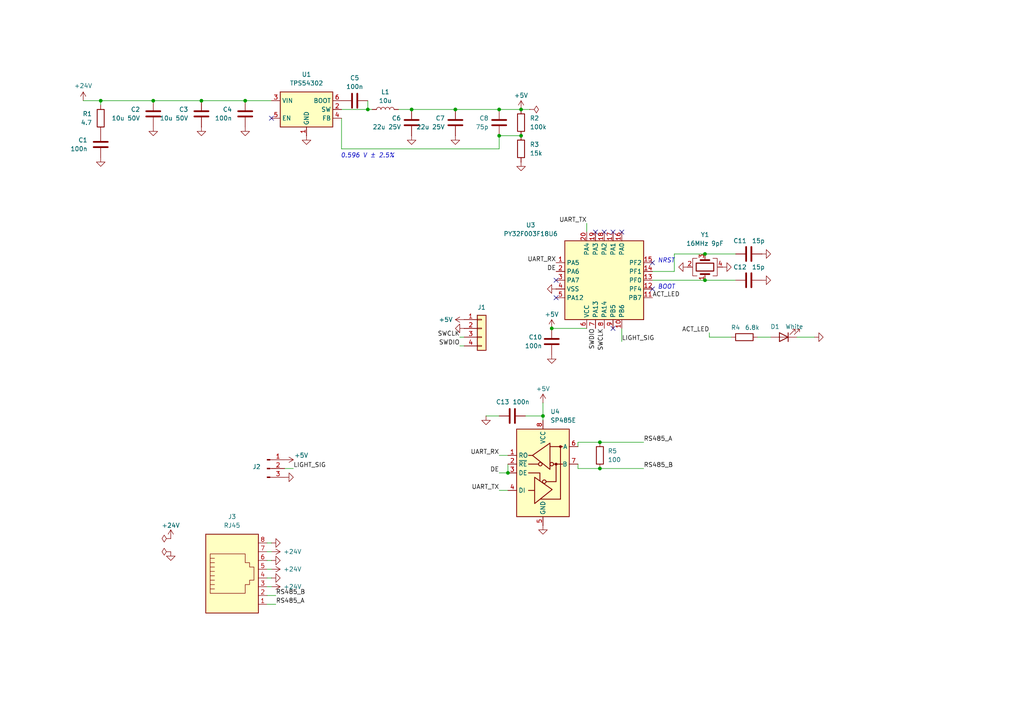
<source format=kicad_sch>
(kicad_sch (version 20250114) (generator "eeschema") (generator_version "9.0")
  (paper "A4")
  (lib_symbols
    (symbol "Connector:Conn_01x03_Pin" (pin_names (offset 1.016) (hide yes))
      (property "Reference" "J" (at 0 5.08 0))
      (property "Value" "Conn_01x03_Pin" (at 0 -5.08 0))
      (symbol "Conn_01x03_Pin_1_1"
        (rectangle (start 0.8636 2.667) (end 0 2.413) (stroke (width 0.1524)) (fill (type outline)))
        (rectangle (start 0.8636 0.127) (end 0 -0.127) (stroke (width 0.1524)) (fill (type outline)))
        (rectangle (start 0.8636 -2.413) (end 0 -2.667) (stroke (width 0.1524)) (fill (type outline)))
        (polyline (pts (xy 1.27 2.54) (xy 0.8636 2.54)) (stroke (width 0.1524)))
        (polyline (pts (xy 1.27 0) (xy 0.8636 0)) (stroke (width 0.1524)))
        (polyline (pts (xy 1.27 -2.54) (xy 0.8636 -2.54)) (stroke (width 0.1524)))
        (pin passive line (at 5.08 2.54 180) (length 3.81) (name "Pin_1") (number "1"))
        (pin passive line (at 5.08 0 180) (length 3.81) (name "Pin_2") (number "2"))
        (pin passive line (at 5.08 -2.54 180) (length 3.81) (name "Pin_3") (number "3"))
      )
    )
    (symbol "Connector:RJ45" (pin_names (offset 1.016))
      (property "Reference" "J" (at -5.08 13.97 0))
      (property "Value" "RJ45" (at 2.54 13.97 0))
      (symbol "RJ45_0_1"
        (polyline (pts (xy -6.35 1.905) (xy -5.08 1.905) (xy -5.08 1.905)))
        (polyline (pts (xy -6.35 0.635) (xy -5.08 0.635) (xy -5.08 0.635)))
        (polyline (pts (xy -6.35 -0.635) (xy -5.08 -0.635) (xy -5.08 -0.635)))
        (polyline (pts (xy -6.35 -1.905) (xy -5.08 -1.905) (xy -5.08 -1.905)))
        (polyline (pts (xy -6.35 -3.175) (xy -5.08 -3.175) (xy -5.08 -3.175)))
        (polyline (pts (xy -6.35 -4.445) (xy -6.35 6.985) (xy 3.81 6.985) (xy 3.81 4.445) (xy 5.08 4.445) (xy 5.08 3.175) (xy 6.35 3.175) (xy 6.35 -0.635) (xy 5.08 -0.635) (xy 5.08 -1.905) (xy 3.81 -1.905) (xy 3.81 -4.445) (xy -6.35 -4.445) (xy -6.35 -4.445)))
        (polyline (pts (xy -5.08 5.715) (xy -6.35 5.715)))
        (polyline (pts (xy -5.08 4.445) (xy -6.35 4.445)))
        (polyline (pts (xy -5.08 3.175) (xy -6.35 3.175) (xy -6.35 3.175)))
        (rectangle (start 7.62 12.7) (end -7.62 -10.16) (stroke (width 0.254)) (fill (type background)))
      )
      (symbol "RJ45_1_1"
        (pin passive line (at 10.16 10.16 180) (length 2.54) (name "~") (number "8"))
        (pin passive line (at 10.16 7.62 180) (length 2.54) (name "~") (number "7"))
        (pin passive line (at 10.16 5.08 180) (length 2.54) (name "~") (number "6"))
        (pin passive line (at 10.16 2.54 180) (length 2.54) (name "~") (number "5"))
        (pin passive line (at 10.16 0 180) (length 2.54) (name "~") (number "4"))
        (pin passive line (at 10.16 -2.54 180) (length 2.54) (name "~") (number "3"))
        (pin passive line (at 10.16 -5.08 180) (length 2.54) (name "~") (number "2"))
        (pin passive line (at 10.16 -7.62 180) (length 2.54) (name "~") (number "1"))
      )
    )
    (symbol "Connector_Generic:Conn_01x04" (pin_names (offset 1.016) (hide yes))
      (property "Reference" "J" (at 0 5.08 0))
      (property "Value" "Conn_01x04" (at 0 -7.62 0))
      (symbol "Conn_01x04_1_1"
        (rectangle (start -1.27 3.81) (end 1.27 -6.35) (stroke (width 0.254)) (fill (type background)))
        (rectangle (start -1.27 2.667) (end 0 2.413) (stroke (width 0.1524)))
        (rectangle (start -1.27 0.127) (end 0 -0.127) (stroke (width 0.1524)))
        (rectangle (start -1.27 -2.413) (end 0 -2.667) (stroke (width 0.1524)))
        (rectangle (start -1.27 -4.953) (end 0 -5.207) (stroke (width 0.1524)))
        (pin passive line (at -5.08 2.54 0) (length 3.81) (name "Pin_1") (number "1"))
        (pin passive line (at -5.08 0 0) (length 3.81) (name "Pin_2") (number "2"))
        (pin passive line (at -5.08 -2.54 0) (length 3.81) (name "Pin_3") (number "3"))
        (pin passive line (at -5.08 -5.08 0) (length 3.81) (name "Pin_4") (number "4"))
      )
    )
    (symbol "Device:C" (pin_numbers (hide yes)) (pin_names (offset 0.254))
      (property "Reference" "C" (at 0.635 2.54 0))
      (property "Value" "C" (at 0.635 -2.54 0))
      (symbol "C_0_1"
        (polyline (pts (xy -2.032 0.762) (xy 2.032 0.762)) (stroke (width 0.508)))
        (polyline (pts (xy -2.032 -0.762) (xy 2.032 -0.762)) (stroke (width 0.508)))
      )
      (symbol "C_1_1"
        (pin passive line (at 0 3.81 270) (length 2.794) (name "~") (number "1"))
        (pin passive line (at 0 -3.81 90) (length 2.794) (name "~") (number "2"))
      )
    )
    (symbol "Device:Crystal_GND24" (pin_names (offset 1.016) (hide yes))
      (property "Reference" "Y" (at 3.175 5.08 0))
      (property "Value" "Crystal_GND24" (at 3.175 3.175 0))
      (symbol "Crystal_GND24_0_1"
        (polyline (pts (xy -2.54 2.286) (xy -2.54 3.556) (xy 2.54 3.556) (xy 2.54 2.286)))
        (polyline (pts (xy -2.54 0) (xy -2.032 0)))
        (polyline (pts (xy -2.54 -2.286) (xy -2.54 -3.556) (xy 2.54 -3.556) (xy 2.54 -2.286)))
        (polyline (pts (xy -2.032 -1.27) (xy -2.032 1.27)) (stroke (width 0.508)))
        (rectangle (start -1.143 2.54) (end 1.143 -2.54) (stroke (width 0.3048)))
        (polyline (pts (xy 0 3.556) (xy 0 3.81)))
        (polyline (pts (xy 0 -3.81) (xy 0 -3.556)))
        (polyline (pts (xy 2.032 0) (xy 2.54 0)))
        (polyline (pts (xy 2.032 -1.27) (xy 2.032 1.27)) (stroke (width 0.508)))
      )
      (symbol "Crystal_GND24_1_1"
        (pin passive line (at -3.81 0 0) (length 1.27) (name "1") (number "1"))
        (pin passive line (at 0 5.08 270) (length 1.27) (name "2") (number "2"))
        (pin passive line (at 0 -5.08 90) (length 1.27) (name "4") (number "4"))
        (pin passive line (at 3.81 0 180) (length 1.27) (name "3") (number "3"))
      )
    )
    (symbol "Device:L" (pin_numbers (hide yes)) (pin_names (offset 1.016) (hide yes))
      (property "Reference" "L" (at -1.27 0 90))
      (property "Value" "L" (at 1.905 0 90))
      (symbol "L_0_1"
        (arc (start 0 2.54) (mid 0.6323 1.905) (end 0 1.27))
        (arc (start 0 1.27) (mid 0.6323 0.635) (end 0 0))
        (arc (start 0 0) (mid 0.6323 -0.635) (end 0 -1.27))
        (arc (start 0 -1.27) (mid 0.6323 -1.905) (end 0 -2.54))
      )
      (symbol "L_1_1"
        (pin passive line (at 0 3.81 270) (length 1.27) (name "1") (number "1"))
        (pin passive line (at 0 -3.81 90) (length 1.27) (name "2") (number "2"))
      )
    )
    (symbol "Device:LED" (pin_numbers (hide yes)) (pin_names (offset 1.016) (hide yes))
      (property "Reference" "D" (at 0 2.54 0))
      (property "Value" "LED" (at 0 -2.54 0))
      (symbol "LED_0_1"
        (polyline (pts (xy -3.048 -0.762) (xy -4.572 -2.286) (xy -3.81 -2.286) (xy -4.572 -2.286) (xy -4.572 -1.524)))
        (polyline (pts (xy -1.778 -0.762) (xy -3.302 -2.286) (xy -2.54 -2.286) (xy -3.302 -2.286) (xy -3.302 -1.524)))
        (polyline (pts (xy -1.27 0) (xy 1.27 0)))
        (polyline (pts (xy -1.27 -1.27) (xy -1.27 1.27)) (stroke (width 0.254)))
        (polyline (pts (xy 1.27 -1.27) (xy 1.27 1.27) (xy -1.27 0) (xy 1.27 -1.27)) (stroke (width 0.254)))
      )
      (symbol "LED_1_1"
        (pin passive line (at -3.81 0 0) (length 2.54) (name "K") (number "1"))
        (pin passive line (at 3.81 0 180) (length 2.54) (name "A") (number "2"))
      )
    )
    (symbol "Device:R" (pin_numbers (hide yes)) (pin_names (offset 0))
      (property "Reference" "R" (at 2.032 0 90))
      (property "Value" "R" (at 0 0 90))
      (symbol "R_0_1"
        (rectangle (start -1.016 -2.54) (end 1.016 2.54) (stroke (width 0.254)))
      )
      (symbol "R_1_1"
        (pin passive line (at 0 3.81 270) (length 1.27) (name "~") (number "1"))
        (pin passive line (at 0 -3.81 90) (length 1.27) (name "~") (number "2"))
      )
    )
    (symbol "Interface_UART:MAX487E"
      (property "Reference" "U" (at -6.985 13.97 0))
      (property "Value" "MAX487E" (at 1.27 13.97 0))
      (symbol "MAX487E_0_1"
        (rectangle (start -7.62 12.7) (end 7.62 -12.7) (stroke (width 0.254)) (fill (type background)))
        (polyline (pts (xy -4.191 2.54) (xy -1.27 2.54)) (stroke (width 0.254)))
        (polyline (pts (xy -4.191 0) (xy -0.889 0) (xy -0.889 -2.286)) (stroke (width 0.254)))
        (polyline (pts (xy -3.175 5.08) (xy -4.191 5.08) (xy -4.064 5.08)) (stroke (width 0.254)))
        (polyline (pts (xy -2.54 -5.08) (xy -4.191 -5.08)) (stroke (width 0.254)))
        (polyline (pts (xy -2.413 -5.08) (xy -2.413 -1.27) (xy 2.667 -4.826) (xy -2.413 -8.89) (xy -2.413 -5.08)) (stroke (width 0.254)))
        (polyline (pts (xy -0.635 -7.62) (xy 5.08 -7.62)) (stroke (width 0.254)))
        (circle (center 0.381 -2.54) (radius 0.508) (stroke (width 0.254)))
        (polyline (pts (xy 0.889 -2.54) (xy 3.81 -2.54)) (stroke (width 0.254)))
        (polyline (pts (xy 2.032 7.62) (xy 5.715 7.62)) (stroke (width 0.254)))
        (polyline (pts (xy 3.048 2.54) (xy 5.715 2.54)) (stroke (width 0.254)))
        (circle (center 3.81 2.54) (radius 0.2794) (stroke (width 0.254)) (fill (type outline)))
        (polyline (pts (xy 3.81 -2.54) (xy 3.81 2.54)) (stroke (width 0.254)))
        (polyline (pts (xy 5.08 -7.62) (xy 5.08 7.62)) (stroke (width 0.254)))
      )
      (symbol "MAX487E_1_1"
        (circle (center -0.762 2.54) (radius 0.508) (stroke (width 0.254)))
        (polyline (pts (xy 2.032 4.826) (xy 2.032 8.636) (xy -3.048 5.08) (xy 2.032 1.016) (xy 2.032 4.826)) (stroke (width 0.254)))
        (circle (center 2.54 2.54) (radius 0.508) (stroke (width 0.254)))
        (circle (center 5.08 7.62) (radius 0.2794) (stroke (width 0.254)) (fill (type outline)))
        (pin output line (at -10.16 5.08 0) (length 2.54) (name "RO") (number "1"))
        (pin input line (at -10.16 2.54 0) (length 2.54) (name "~{RE}") (number "2"))
        (pin input line (at -10.16 0 0) (length 2.54) (name "DE") (number "3"))
        (pin input line (at -10.16 -5.08 0) (length 2.54) (name "DI") (number "4"))
        (pin power_in line (at 0 15.24 270) (length 2.54) (name "VCC") (number "8"))
        (pin power_in line (at 0 -15.24 90) (length 2.54) (name "GND") (number "5"))
        (pin bidirectional line (at 10.16 7.62 180) (length 2.54) (name "A") (number "6"))
        (pin bidirectional line (at 10.16 2.54 180) (length 2.54) (name "B") (number "7"))
      )
    )
    (symbol "PY32F003:PY32F003F18U6TR"
      (property "Reference" "U" (at -15.748 16.256 0))
      (property "Value" "PY32F003F18U6" (at -15.748 13.716 0))
      (symbol "PY32F003F18U6TR_1_1"
        (rectangle (start -11.43 11.43) (end 11.43 -11.43) (stroke (width 0.254)) (fill (type background)))
        (pin bidirectional line (at -13.97 5.08 0) (length 2.54) (name "PA5") (number "1"))
        (pin bidirectional line (at -13.97 2.54 0) (length 2.54) (name "PA6") (number "2"))
        (pin bidirectional line (at -13.97 0 0) (length 2.54) (name "PA7") (number "3"))
        (pin input line (at -13.97 -2.54 0) (length 2.54) (hide yes) (name "PAD") (number "21"))
        (pin power_in line (at -13.97 -2.54 0) (length 2.54) (name "VSS") (number "4"))
        (pin bidirectional line (at -13.97 -5.08 0) (length 2.54) (name "PA12") (number "5"))
        (pin bidirectional line (at -5.08 13.97 270) (length 2.54) (name "PA4") (number "20"))
        (pin power_in line (at -5.08 -13.97 90) (length 2.54) (name "VCC") (number "6"))
        (pin bidirectional line (at -2.54 13.97 270) (length 2.54) (name "PA3") (number "19"))
        (pin bidirectional line (at -2.54 -13.97 90) (length 2.54) (name "PA13") (number "7"))
        (pin bidirectional line (at 0 13.97 270) (length 2.54) (name "PA2") (number "18"))
        (pin bidirectional line (at 0 -13.97 90) (length 2.54) (name "PA14") (number "8"))
        (pin bidirectional line (at 2.54 13.97 270) (length 2.54) (name "PA1") (number "17"))
        (pin bidirectional line (at 2.54 -13.97 90) (length 2.54) (name "PB5") (number "9"))
        (pin bidirectional line (at 5.08 13.97 270) (length 2.54) (name "PA0") (number "16"))
        (pin bidirectional line (at 5.08 -13.97 90) (length 2.54) (name "PB6") (number "10"))
        (pin bidirectional line (at 13.97 5.08 180) (length 2.54) (name "PF2") (number "15"))
        (pin bidirectional line (at 13.97 2.54 180) (length 2.54) (name "PF1") (number "14"))
        (pin bidirectional line (at 13.97 0 180) (length 2.54) (name "PF0") (number "13"))
        (pin bidirectional line (at 13.97 -2.54 180) (length 2.54) (name "PF4") (number "12"))
        (pin bidirectional line (at 13.97 -5.08 180) (length 2.54) (name "PB7") (number "11"))
      )
    )
    (symbol "Regulator_Switching:TPS54302"
      (property "Reference" "U" (at -7.62 6.35 0))
      (property "Value" "TPS54302" (at 0 6.35 0))
      (symbol "TPS54302_0_1"
        (rectangle (start -7.62 5.08) (end 7.62 -5.08) (stroke (width 0.254)) (fill (type background)))
      )
      (symbol "TPS54302_1_1"
        (pin power_in line (at -10.16 2.54 0) (length 2.54) (name "VIN") (number "3"))
        (pin input line (at -10.16 -2.54 0) (length 2.54) (name "EN") (number "5"))
        (pin power_in line (at 0 -7.62 90) (length 2.54) (name "GND") (number "1"))
        (pin passive line (at 10.16 2.54 180) (length 2.54) (name "BOOT") (number "6"))
        (pin power_out line (at 10.16 0 180) (length 2.54) (name "SW") (number "2"))
        (pin input line (at 10.16 -2.54 180) (length 2.54) (name "FB") (number "4"))
      )
    )
    (symbol "power:+24V" (power) (pin_numbers (hide yes)) (pin_names (offset 0) (hide yes))
      (property "Value" "+24V" (at 0 3.556 0))
      (symbol "+24V_0_1"
        (polyline (pts (xy -0.762 1.27) (xy 0 2.54)))
        (polyline (pts (xy 0 2.54) (xy 0.762 1.27)))
        (polyline (pts (xy 0 0) (xy 0 2.54)))
      )
      (symbol "+24V_1_1"
        (pin power_in line (at 0 0 90) (length 0) (name "~") (number "1"))
      )
    )
    (symbol "power:+5V" (power) (pin_numbers (hide yes)) (pin_names (offset 0) (hide yes))
      (property "Value" "+5V" (at 0 3.556 0))
      (symbol "+5V_0_1"
        (polyline (pts (xy -0.762 1.27) (xy 0 2.54)))
        (polyline (pts (xy 0 2.54) (xy 0.762 1.27)))
        (polyline (pts (xy 0 0) (xy 0 2.54)))
      )
      (symbol "+5V_1_1"
        (pin power_in line (at 0 0 90) (length 0) (name "~") (number "1"))
      )
    )
    (symbol "power:GND" (power) (pin_numbers (hide yes)) (pin_names (offset 0) (hide yes))
      (property "Value" "GND" (at 0 -3.81 0))
      (symbol "GND_0_1"
        (polyline (pts (xy 0 0) (xy 0 -1.27) (xy 1.27 -1.27) (xy 0 -2.54) (xy -1.27 -1.27) (xy 0 -1.27)))
      )
      (symbol "GND_1_1"
        (pin power_in line (at 0 0 270) (length 0) (name "~") (number "1"))
      )
    )
    (symbol "power:PWR_FLAG" (power) (pin_numbers (hide yes)) (pin_names (offset 0) (hide yes))
      (property "Value" "PWR_FLAG" (at 0 3.81 0))
      (symbol "PWR_FLAG_0_0"
        (pin power_out line (at 0 0 90) (length 0) (name "~") (number "1"))
      )
      (symbol "PWR_FLAG_0_1"
        (polyline (pts (xy 0 0) (xy 0 1.27) (xy -1.016 1.905) (xy 0 2.54) (xy 1.016 1.905) (xy 0 1.27)))
      )
    )
  )
  (text "BOOT" (at 190.754 83.312 0) (effects (font (size 1.27 1.27) (italic yes)) (justify left)))
  (text "NRST" (at 190.754 75.692 0) (effects (font (size 1.27 1.27) (italic yes)) (justify left)))
  (text "0.596 V ± 2.5%" (at 98.806 45.974 0) (effects (font (size 1.27 1.27) (italic yes)) (justify left bottom)))
  (junction (at 29.21 29.21))
  (junction (at 173.99 135.89))
  (junction (at 151.13 31.75))
  (junction (at 119.38 31.75))
  (junction (at 173.99 128.27))
  (junction (at 157.48 120.65))
  (junction (at 160.02 95.25))
  (junction (at 144.78 31.75))
  (junction (at 71.12 29.21))
  (junction (at 151.13 39.37))
  (junction (at 204.47 81.28))
  (junction (at 144.78 39.37))
  (junction (at 58.42 29.21))
  (junction (at 204.47 73.66))
  (junction (at 132.08 31.75))
  (junction (at 147.32 137.16))
  (junction (at 106.68 31.75))
  (junction (at 44.45 29.21))
  (no_connect (at 177.8 67.31))
  (no_connect (at 161.29 86.36))
  (no_connect (at 175.26 67.31))
  (no_connect (at 189.23 76.2))
  (no_connect (at 78.74 34.29))
  (no_connect (at 161.29 81.28))
  (no_connect (at 177.8 95.25))
  (no_connect (at 189.23 83.82))
  (no_connect (at 180.34 67.31))
  (no_connect (at 172.72 67.31))
  (wire (pts (xy 157.48 116.84) (xy 157.48 120.65)))
  (wire (pts (xy 195.58 78.74) (xy 195.58 73.66)))
  (wire (pts (xy 167.64 135.89) (xy 173.99 135.89)))
  (wire (pts (xy 133.35 97.79) (xy 134.62 97.79)))
  (wire (pts (xy 144.78 39.37) (xy 151.13 39.37)))
  (wire (pts (xy 77.47 160.02) (xy 78.74 160.02)))
  (wire (pts (xy 99.06 34.29) (xy 99.06 43.18)))
  (wire (pts (xy 78.74 170.18) (xy 77.47 170.18)))
  (wire (pts (xy 71.12 29.21) (xy 78.74 29.21)))
  (wire (pts (xy 173.99 135.89) (xy 186.69 135.89)))
  (wire (pts (xy 80.01 172.72) (xy 77.47 172.72)))
  (wire (pts (xy 115.57 31.75) (xy 119.38 31.75)))
  (wire (pts (xy 58.42 29.21) (xy 71.12 29.21)))
  (wire (pts (xy 204.47 81.28) (xy 213.36 81.28)))
  (wire (pts (xy 167.64 128.27) (xy 173.99 128.27)))
  (wire (pts (xy 204.47 73.66) (xy 213.36 73.66)))
  (wire (pts (xy 99.06 31.75) (xy 106.68 31.75)))
  (wire (pts (xy 24.13 29.21) (xy 29.21 29.21)))
  (wire (pts (xy 205.74 97.79) (xy 212.09 97.79)))
  (wire (pts (xy 44.45 29.21) (xy 58.42 29.21)))
  (wire (pts (xy 133.35 100.33) (xy 134.62 100.33)))
  (wire (pts (xy 144.78 31.75) (xy 151.13 31.75)))
  (wire (pts (xy 167.64 128.27) (xy 167.64 129.54)))
  (wire (pts (xy 85.09 135.89) (xy 82.55 135.89)))
  (wire (pts (xy 78.74 157.48) (xy 77.47 157.48)))
  (wire (pts (xy 29.21 29.21) (xy 29.21 30.48)))
  (wire (pts (xy 144.78 43.18) (xy 144.78 39.37)))
  (wire (pts (xy 106.68 29.21) (xy 106.68 31.75)))
  (wire (pts (xy 219.71 97.79) (xy 223.52 97.79)))
  (wire (pts (xy 170.18 64.77) (xy 170.18 67.31)))
  (wire (pts (xy 189.23 78.74) (xy 195.58 78.74)))
  (wire (pts (xy 157.48 120.65) (xy 157.48 121.92)))
  (wire (pts (xy 78.74 165.1) (xy 77.47 165.1)))
  (wire (pts (xy 151.13 31.75) (xy 153.67 31.75)))
  (wire (pts (xy 99.06 43.18) (xy 144.78 43.18)))
  (wire (pts (xy 160.02 95.25) (xy 170.18 95.25)))
  (wire (pts (xy 80.01 175.26) (xy 77.47 175.26)))
  (wire (pts (xy 173.99 128.27) (xy 186.69 128.27)))
  (wire (pts (xy 77.47 162.56) (xy 78.74 162.56)))
  (wire (pts (xy 180.34 99.06) (xy 180.34 95.25)))
  (wire (pts (xy 107.95 31.75) (xy 106.68 31.75)))
  (wire (pts (xy 78.74 167.64) (xy 77.47 167.64)))
  (wire (pts (xy 29.21 29.21) (xy 44.45 29.21)))
  (wire (pts (xy 189.23 81.28) (xy 204.47 81.28)))
  (wire (pts (xy 167.64 135.89) (xy 167.64 134.62)))
  (wire (pts (xy 144.78 132.08) (xy 147.32 132.08)))
  (wire (pts (xy 144.78 142.24) (xy 147.32 142.24)))
  (wire (pts (xy 195.58 73.66) (xy 204.47 73.66)))
  (wire (pts (xy 132.08 31.75) (xy 144.78 31.75)))
  (wire (pts (xy 147.32 134.62) (xy 147.32 137.16)))
  (wire (pts (xy 144.78 137.16) (xy 147.32 137.16)))
  (wire (pts (xy 140.97 120.65) (xy 144.78 120.65)))
  (wire (pts (xy 119.38 31.75) (xy 132.08 31.75)))
  (wire (pts (xy 231.14 97.79) (xy 236.22 97.79)))
  (wire (pts (xy 205.74 96.52) (xy 205.74 97.79)))
  (wire (pts (xy 152.4 120.65) (xy 157.48 120.65)))
  (label "UART_RX" (at 144.78 132.08 180))
  (label "LIGHT_SIG" (at 85.09 135.89 0))
  (label "SWDIO" (at 172.72 95.25 270))
  (label "RS485_A" (at 80.01 175.26 0))
  (label "SWDIO" (at 133.35 100.33 180))
  (label "DE" (at 161.29 78.74 180))
  (label "ACT_LED" (at 205.74 96.52 180))
  (label "DE" (at 144.78 137.16 180))
  (label "ACT_LED" (at 189.23 86.36 0))
  (label "UART_RX" (at 161.29 76.2 180))
  (label "RS485_B" (at 186.69 135.89 0))
  (label "UART_TX" (at 144.78 142.24 180))
  (label "SWCLK" (at 133.35 97.79 180))
  (label "UART_TX" (at 170.18 64.77 180))
  (label "SWCLK" (at 175.26 95.25 270))
  (label "RS485_B" (at 80.01 172.72 0))
  (label "LIGHT_SIG" (at 180.34 99.06 0))
  (label "RS485_A" (at 186.69 128.27 0))
  (symbol (lib_id "Device:R") (at 151.13 43.18 0) (unit 1)
    (property "Reference" "R3" (at 153.67 41.9099 0) (effects (justify left)))
    (property "Value" "15k" (at 153.67 44.4499 0) (effects (justify left)))
    (property "Footprint" "Resistor_SMD:R_0402_1005Metric" (effects (hide yes)))
    (property "Description" "Resistor" (effects (hide yes)))
  )
  (symbol (lib_id "Device:C") (at 160.02 99.06 0) (mirror y) (unit 1)
    (property "Reference" "C10" (at 157.226 97.79 0) (effects (justify left)))
    (property "Value" "100n" (at 157.226 100.33 0) (effects (justify left)))
    (property "Footprint" "Capacitor_SMD:C_0402_1005Metric" (effects (hide yes)))
    (property "Description" "Unpolarized capacitor" (effects (hide yes)))
  )
  (symbol (lib_id "power:+24V") (at 78.74 170.18 270) (unit 1)
    (property "Reference" "#PWR04" (effects (hide yes)))
    (property "Value" "+24V" (at 84.836 170.18 90))
    (property "Description" "Power symbol creates a global label with name \"+24V\"" (effects (hide yes)))
  )
  (symbol (lib_id "power:GND") (at 220.98 81.28 90) (unit 1)
    (property "Reference" "#PWR021" (effects (hide yes)))
    (property "Value" "GND" (effects (hide yes)))
    (property "Description" "Power symbol creates a global label with name \"GND\" , ground" (effects (hide yes)))
  )
  (symbol (lib_id "power:+24V") (at 49.53 156.21 0) (unit 1)
    (property "Reference" "#PWR037" (effects (hide yes)))
    (property "Value" "+24V" (at 49.53 152.4 0))
    (property "Description" "Power symbol creates a global label with name \"+24V\"" (effects (hide yes)))
  )
  (symbol (lib_id "Device:R") (at 215.9 97.79 90) (unit 1)
    (property "Reference" "R4" (at 213.36 94.996 90))
    (property "Value" "6.8k" (at 218.186 94.996 90))
    (property "Footprint" "Resistor_SMD:R_0402_1005Metric" (effects (hide yes)))
    (property "Description" "Resistor" (effects (hide yes)))
  )
  (symbol (lib_id "power:PWR_FLAG") (at 49.53 156.21 90) (unit 1)
    (property "Reference" "#FLG05" (effects (hide yes)))
    (property "Value" "PWR_FLAG" (effects (hide yes)))
    (property "Description" "Special symbol for telling ERC where power comes from" (effects (hide yes)))
  )
  (symbol (lib_id "Device:C") (at 29.21 41.91 0) (mirror y) (unit 1)
    (property "Reference" "C1" (at 25.4 40.6399 0) (effects (justify left)))
    (property "Value" "100n" (at 25.4 43.1799 0) (effects (justify left)))
    (property "Footprint" "Capacitor_SMD:C_0402_1005Metric" (effects (hide yes)))
    (property "Description" "Unpolarized capacitor" (effects (hide yes)))
  )
  (symbol (lib_id "power:GND") (at 209.55 77.47 90) (unit 1)
    (property "Reference" "#PWR023" (effects (hide yes)))
    (property "Value" "GND" (effects (hide yes)))
    (property "Description" "Power symbol creates a global label with name \"GND\" , ground" (effects (hide yes)))
  )
  (symbol (lib_id "power:GND") (at 44.45 36.83 0) (unit 1)
    (property "Reference" "#PWR09" (effects (hide yes)))
    (property "Value" "GND" (effects (hide yes)))
    (property "Description" "Power symbol creates a global label with name \"GND\" , ground" (effects (hide yes)))
  )
  (symbol (lib_id "power:GND") (at 160.02 102.87 0) (unit 1)
    (property "Reference" "#PWR019" (effects (hide yes)))
    (property "Value" "GND" (effects (hide yes)))
    (property "Description" "Power symbol creates a global label with name \"GND\" , ground" (effects (hide yes)))
  )
  (symbol (lib_id "power:+24V") (at 78.74 165.1 270) (unit 1)
    (property "Reference" "#PWR05" (effects (hide yes)))
    (property "Value" "+24V" (at 84.836 165.1 90))
    (property "Description" "Power symbol creates a global label with name \"+24V\"" (effects (hide yes)))
  )
  (symbol (lib_id "power:+5V") (at 151.13 31.75 0) (unit 1)
    (property "Reference" "#PWR015" (effects (hide yes)))
    (property "Value" "+5V" (at 151.13 27.686 0))
    (property "Description" "Power symbol creates a global label with name \"+5V\"" (effects (hide yes)))
  )
  (symbol (lib_id "Device:R") (at 29.21 34.29 0) (unit 1)
    (property "Reference" "R1" (at 26.67 33.0199 0) (effects (justify right)))
    (property "Value" "4.7" (at 26.67 35.5599 0) (effects (justify right)))
    (property "Footprint" "Resistor_SMD:R_0402_1005Metric" (effects (hide yes)))
    (property "Description" "Resistor" (effects (hide yes)))
  )
  (symbol (lib_id "Device:C") (at 217.17 81.28 90) (unit 1)
    (property "Reference" "C12" (at 214.63 77.47 90))
    (property "Value" "15p" (at 219.964 77.47 90))
    (property "Footprint" "Capacitor_SMD:C_0402_1005Metric" (effects (hide yes)))
    (property "Description" "Unpolarized capacitor" (effects (hide yes)))
  )
  (symbol (lib_id "Device:L") (at 111.76 31.75 90) (unit 1)
    (property "Reference" "L1" (at 111.76 26.67 90))
    (property "Value" "10u" (at 111.76 29.21 90))
    (property "Footprint" "Inductor_SMD:L_Sunlord_SWPA4030S" (effects (hide yes)))
    (property "Description" "Inductor" (effects (hide yes)))
    (property "LCSC PN" "C38117" (effects (hide yes)))
    (property "Mfr PN" "SWPA4030S100MT" (effects (hide yes)))
  )
  (symbol (lib_id "power:PWR_FLAG") (at 49.53 160.02 90) (unit 1)
    (property "Reference" "#FLG06" (effects (hide yes)))
    (property "Value" "PWR_FLAG" (effects (hide yes)))
    (property "Description" "Special symbol for telling ERC where power comes from" (effects (hide yes)))
  )
  (symbol (lib_id "power:+5V") (at 157.48 116.84 0) (unit 1)
    (property "Reference" "#PWR030" (effects (hide yes)))
    (property "Value" "+5V" (at 157.48 112.776 0))
    (property "Description" "Power symbol creates a global label with name \"+5V\"" (effects (hide yes)))
  )
  (symbol (lib_id "Connector:Conn_01x03_Pin") (at 77.47 135.89 0) (unit 1)
    (property "Reference" "J2" (at 74.422 135.382 0))
    (property "Value" "Conn_01x03_Pin" (effects (hide yes)))
    (property "Footprint" "Connector_PinHeader_2.54mm:PinHeader_1x03_P2.54mm_Vertical" (effects (hide yes)))
    (property "Description" "Generic connector, single row, 01x03, script generated" (effects (hide yes)))
  )
  (symbol (lib_id "Device:C") (at 58.42 33.02 0) (mirror y) (unit 1)
    (property "Reference" "C3" (at 54.61 31.7499 0) (effects (justify left)))
    (property "Value" "10u 50V" (at 54.61 34.2899 0) (effects (justify left)))
    (property "Footprint" "Capacitor_SMD:C_0805_2012Metric" (effects (hide yes)))
    (property "Description" "Unpolarized capacitor" (effects (hide yes)))
    (property "LCSC PN" "C338080" (effects (hide yes)))
    (property "Mfr PN" "C2012X5R1V226MT000E" (effects (hide yes)))
  )
  (symbol (lib_id "power:+5V") (at 134.62 92.71 90) (unit 1)
    (property "Reference" "#PWR024" (effects (hide yes)))
    (property "Value" "+5V" (at 129.286 92.71 90))
    (property "Description" "Power symbol creates a global label with name \"+5V\"" (effects (hide yes)))
  )
  (symbol (lib_id "power:+5V") (at 160.02 95.25 0) (unit 1)
    (property "Reference" "#PWR026" (effects (hide yes)))
    (property "Value" "+5V" (at 160.02 91.186 0))
    (property "Description" "Power symbol creates a global label with name \"+5V\"" (effects (hide yes)))
  )
  (symbol (lib_id "power:GND") (at 161.29 83.82 270) (unit 1)
    (property "Reference" "#PWR018" (effects (hide yes)))
    (property "Value" "GND" (effects (hide yes)))
    (property "Description" "Power symbol creates a global label with name \"GND\" , ground" (effects (hide yes)))
  )
  (symbol (lib_id "Connector_Generic:Conn_01x04") (at 139.7 95.25 0) (unit 1) (in_bom no)
    (property "Reference" "J1" (at 139.7 89.154 0))
    (property "Value" "Conn_01x04" (effects (hide yes)))
    (property "Footprint" "TestPoints_P2.00:TestPoints_1x04_P2.00" (effects (hide yes)))
    (property "Description" "Generic connector, single row, 01x04, script generated (kicad-library-utils/schlib/autogen/connector/)" (effects (hide yes)))
  )
  (symbol (lib_id "power:GND") (at 236.22 97.79 90) (unit 1)
    (property "Reference" "#PWR027" (effects (hide yes)))
    (property "Value" "GND" (effects (hide yes)))
    (property "Description" "Power symbol creates a global label with name \"GND\" , ground" (effects (hide yes)))
  )
  (symbol (lib_id "Device:R") (at 173.99 132.08 0) (unit 1)
    (property "Reference" "R5" (at 176.276 130.81 0) (effects (justify left)))
    (property "Value" "100" (at 176.276 133.35 0) (effects (justify left)))
    (property "Footprint" "Resistor_SMD:R_0402_1005Metric" (effects (hide yes)))
    (property "Description" "Resistor" (effects (hide yes)))
  )
  (symbol (lib_id "PY32F003:PY32F003F18U6TR") (at 175.26 81.28 0) (unit 1)
    (property "Reference" "U3" (at 153.924 65.278 0))
    (property "Value" "PY32F003F18U6" (at 153.924 67.818 0))
    (property "Footprint" "Package_DFN_QFN:QFN-20-1EP_3x3mm_P0.4mm_EP1.65x1.65mm" (effects (hide yes)))
    (property "LCSC PN" "C7422665" (effects (hide yes)))
  )
  (symbol (lib_id "Device:C") (at 144.78 35.56 0) (mirror y) (unit 1)
    (property "Reference" "C8" (at 141.732 34.29 0) (effects (justify left)))
    (property "Value" "75p" (at 141.732 36.83 0) (effects (justify left)))
    (property "Footprint" "Capacitor_SMD:C_0402_1005Metric" (effects (hide yes)))
    (property "Description" "Unpolarized capacitor" (effects (hide yes)))
  )
  (symbol (lib_id "power:GND") (at 78.74 167.64 90) (unit 1)
    (property "Reference" "#PWR06" (effects (hide yes)))
    (property "Value" "GND" (effects (hide yes)))
    (property "Description" "Power symbol creates a global label with name \"GND\" , ground" (effects (hide yes)))
  )
  (symbol (lib_id "power:GND") (at 199.39 77.47 270) (unit 1)
    (property "Reference" "#PWR022" (effects (hide yes)))
    (property "Value" "GND" (effects (hide yes)))
    (property "Description" "Power symbol creates a global label with name \"GND\" , ground" (effects (hide yes)))
  )
  (symbol (lib_id "power:+5V") (at 82.55 133.35 270) (unit 1)
    (property "Reference" "#PWR016" (effects (hide yes)))
    (property "Value" "+5V" (at 87.376 132.08 90))
    (property "Description" "Power symbol creates a global label with name \"+5V\"" (effects (hide yes)))
  )
  (symbol (lib_id "Device:C") (at 148.59 120.65 90) (unit 1)
    (property "Reference" "C13" (at 145.796 116.586 90))
    (property "Value" "100n" (at 151.13 116.586 90))
    (property "Footprint" "Capacitor_SMD:C_0402_1005Metric" (effects (hide yes)))
    (property "Description" "Unpolarized capacitor" (effects (hide yes)))
  )
  (symbol (lib_id "Device:R") (at 151.13 35.56 0) (unit 1)
    (property "Reference" "R2" (at 153.67 34.2899 0) (effects (justify left)))
    (property "Value" "100k" (at 153.67 36.8299 0) (effects (justify left)))
    (property "Footprint" "Resistor_SMD:R_0402_1005Metric" (effects (hide yes)))
    (property "Description" "Resistor" (effects (hide yes)))
  )
  (symbol (lib_id "Device:C") (at 71.12 33.02 0) (mirror y) (unit 1)
    (property "Reference" "C4" (at 67.31 31.7499 0) (effects (justify left)))
    (property "Value" "100n" (at 67.31 34.2899 0) (effects (justify left)))
    (property "Footprint" "Capacitor_SMD:C_0402_1005Metric" (effects (hide yes)))
    (property "Description" "Unpolarized capacitor" (effects (hide yes)))
  )
  (symbol (lib_id "Device:C") (at 119.38 35.56 0) (mirror y) (unit 1)
    (property "Reference" "C6" (at 116.332 34.29 0) (effects (justify left)))
    (property "Value" "22u 25V" (at 116.332 36.83 0) (effects (justify left)))
    (property "Footprint" "Capacitor_SMD:C_0805_2012Metric" (effects (hide yes)))
    (property "Description" "Unpolarized capacitor" (effects (hide yes)))
  )
  (symbol (lib_id "power:GND") (at 58.42 36.83 0) (unit 1)
    (property "Reference" "#PWR012" (effects (hide yes)))
    (property "Value" "GND" (effects (hide yes)))
    (property "Description" "Power symbol creates a global label with name \"GND\" , ground" (effects (hide yes)))
  )
  (symbol (lib_id "Device:C") (at 217.17 73.66 90) (unit 1)
    (property "Reference" "C11" (at 214.63 69.85 90))
    (property "Value" "15p" (at 219.964 69.85 90))
    (property "Footprint" "Capacitor_SMD:C_0402_1005Metric" (effects (hide yes)))
    (property "Description" "Unpolarized capacitor" (effects (hide yes)))
  )
  (symbol (lib_id "Device:C") (at 132.08 35.56 0) (mirror y) (unit 1)
    (property "Reference" "C7" (at 129.032 34.29 0) (effects (justify left)))
    (property "Value" "22u 25V" (at 129.032 36.83 0) (effects (justify left)))
    (property "Footprint" "Capacitor_SMD:C_0805_2012Metric" (effects (hide yes)))
    (property "Description" "Unpolarized capacitor" (effects (hide yes)))
  )
  (symbol (lib_id "power:GND") (at 157.48 152.4 0) (unit 1)
    (property "Reference" "#PWR031" (effects (hide yes)))
    (property "Value" "GND" (effects (hide yes)))
    (property "Description" "Power symbol creates a global label with name \"GND\" , ground" (effects (hide yes)))
  )
  (symbol (lib_id "power:+24V") (at 78.74 160.02 270) (unit 1)
    (property "Reference" "#PWR07" (effects (hide yes)))
    (property "Value" "+24V" (at 84.836 160.02 90))
    (property "Description" "Power symbol creates a global label with name \"+24V\"" (effects (hide yes)))
  )
  (symbol (lib_id "power:GND") (at 134.62 95.25 270) (unit 1)
    (property "Reference" "#PWR025" (effects (hide yes)))
    (property "Value" "GND" (effects (hide yes)))
    (property "Description" "Power symbol creates a global label with name \"GND\" , ground" (effects (hide yes)))
  )
  (symbol (lib_id "power:GND") (at 82.55 138.43 90) (unit 1)
    (property "Reference" "#PWR029" (effects (hide yes)))
    (property "Value" "GND" (effects (hide yes)))
    (property "Description" "Power symbol creates a global label with name \"GND\" , ground" (effects (hide yes)))
  )
  (symbol (lib_id "Device:C") (at 44.45 33.02 0) (mirror y) (unit 1)
    (property "Reference" "C2" (at 40.64 31.7499 0) (effects (justify left)))
    (property "Value" "10u 50V" (at 40.64 34.2899 0) (effects (justify left)))
    (property "Footprint" "Capacitor_SMD:C_0805_2012Metric" (effects (hide yes)))
    (property "Description" "Unpolarized capacitor" (effects (hide yes)))
    (property "LCSC PN" "C338080" (effects (hide yes)))
    (property "Mfr PN" "C2012X5R1V226MT000E" (effects (hide yes)))
  )
  (symbol (lib_id "power:GND") (at 132.08 39.37 0) (unit 1)
    (property "Reference" "#PWR011" (effects (hide yes)))
    (property "Value" "GND" (effects (hide yes)))
    (property "Description" "Power symbol creates a global label with name \"GND\" , ground" (effects (hide yes)))
  )
  (symbol (lib_id "Connector:RJ45") (at 67.31 167.64 0) (unit 1)
    (property "Reference" "J3" (at 67.31 149.86 0))
    (property "Value" "RJ45" (at 67.31 152.4 0))
    (property "Footprint" "RJ45:RJ45_OST_PJ012-8P8CX_Vertical" (effects (hide yes)))
    (property "Description" "RJ connector, 8P8C (8 positions 8 connected)" (effects (hide yes)))
  )
  (symbol (lib_id "power:PWR_FLAG") (at 153.67 31.75 270) (unit 1)
    (property "Reference" "#FLG04" (effects (hide yes)))
    (property "Value" "PWR_FLAG" (effects (hide yes)))
    (property "Description" "Special symbol for telling ERC where power comes from" (effects (hide yes)))
  )
  (symbol (lib_id "power:GND") (at 78.74 157.48 90) (unit 1)
    (property "Reference" "#PWR040" (effects (hide yes)))
    (property "Value" "GND" (effects (hide yes)))
    (property "Description" "Power symbol creates a global label with name \"GND\" , ground" (effects (hide yes)))
  )
  (symbol (lib_id "power:GND") (at 140.97 120.65 0) (unit 1)
    (property "Reference" "#PWR036" (effects (hide yes)))
    (property "Value" "GND" (effects (hide yes)))
    (property "Description" "Power symbol creates a global label with name \"GND\" , ground" (effects (hide yes)))
  )
  (symbol (lib_id "power:GND") (at 220.98 73.66 90) (unit 1)
    (property "Reference" "#PWR020" (effects (hide yes)))
    (property "Value" "GND" (effects (hide yes)))
    (property "Description" "Power symbol creates a global label with name \"GND\" , ground" (effects (hide yes)))
  )
  (symbol (lib_id "Interface_UART:MAX487E") (at 157.48 137.16 0) (unit 1)
    (property "Reference" "U4" (at 159.6233 119.38 0) (effects (justify left)))
    (property "Value" "SP485E" (at 159.6233 121.92 0) (effects (justify left)))
    (property "Footprint" "Package_SO:SOIC-8_3.9x4.9mm_P1.27mm" (effects (hide yes)))
    (property "Datasheet" "https://datasheets.maximintegrated.com/en/ds/MAX1487E-MAX491E.pdf" (effects (hide yes)))
    (property "Description" "Half duplex RS-485/RS-422, 0.25 Mbps, ±15kV electro-static discharge (ESD) protection, with slew-rate, with low-power shutdown, with receiver/driver enable, 128 receiver drive capability, DIP-8 and SOIC-8" (effects (hide yes)))
    (property "LCSC PN" "C6855" (effects (hide yes)))
  )
  (symbol (lib_id "Device:C") (at 102.87 29.21 90) (unit 1)
    (property "Reference" "C5" (at 102.87 22.606 90))
    (property "Value" "100n" (at 102.87 25.146 90))
    (property "Footprint" "Capacitor_SMD:C_0402_1005Metric" (effects (hide yes)))
    (property "Description" "Unpolarized capacitor" (effects (hide yes)))
  )
  (symbol (lib_id "Device:LED") (at 227.33 97.79 180) (unit 1)
    (property "Reference" "D1" (at 224.79 94.742 0))
    (property "Value" "White" (at 230.378 94.742 0))
    (property "Footprint" "LED_SMD:LED_0603_1608Metric" (effects (hide yes)))
    (property "Description" "Light emitting diode" (effects (hide yes)))
    (property "Sim.Pins" "1=K 2=A" (effects (hide yes)))
  )
  (symbol (lib_id "Device:Crystal_GND24") (at 204.47 77.47 90) (unit 1)
    (property "Reference" "Y1" (at 204.47 68.072 90))
    (property "Value" "16MHz 9pF" (at 204.47 70.612 90))
    (property "Footprint" "Crystal:Crystal_SMD_3225-4Pin_3.2x2.5mm" (effects (hide yes)))
    (property "Description" "Four pin crystal, GND on pins 2 and 4" (effects (hide yes)))
    (property "LCSC PN" "C13738" (effects (hide yes)))
    (property "Mfr PN" "X322516MLB4SI" (effects (hide yes)))
  )
  (symbol (lib_id "power:GND") (at 88.9 39.37 0) (unit 1)
    (property "Reference" "#PWR01" (effects (hide yes)))
    (property "Value" "GND" (effects (hide yes)))
    (property "Description" "Power symbol creates a global label with name \"GND\" , ground" (effects (hide yes)))
  )
  (symbol (lib_id "power:GND") (at 29.21 45.72 0) (unit 1)
    (property "Reference" "#PWR08" (effects (hide yes)))
    (property "Value" "GND" (effects (hide yes)))
    (property "Description" "Power symbol creates a global label with name \"GND\" , ground" (effects (hide yes)))
  )
  (symbol (lib_id "power:GND") (at 151.13 46.99 0) (unit 1)
    (property "Reference" "#PWR013" (effects (hide yes)))
    (property "Value" "GND" (effects (hide yes)))
    (property "Description" "Power symbol creates a global label with name \"GND\" , ground" (effects (hide yes)))
  )
  (symbol (lib_id "power:GND") (at 78.74 162.56 90) (unit 1)
    (property "Reference" "#PWR039" (effects (hide yes)))
    (property "Value" "GND" (effects (hide yes)))
    (property "Description" "Power symbol creates a global label with name \"GND\" , ground" (effects (hide yes)))
  )
  (symbol (lib_id "power:GND") (at 49.53 160.02 0) (unit 1)
    (property "Reference" "#PWR038" (effects (hide yes)))
    (property "Value" "GND" (effects (hide yes)))
    (property "Description" "Power symbol creates a global label with name \"GND\" , ground" (effects (hide yes)))
  )
  (symbol (lib_id "power:GND") (at 71.12 36.83 0) (unit 1)
    (property "Reference" "#PWR043" (effects (hide yes)))
    (property "Value" "GND" (effects (hide yes)))
    (property "Description" "Power symbol creates a global label with name \"GND\" , ground" (effects (hide yes)))
  )
  (symbol (lib_id "power:+24V") (at 24.13 29.21 0) (unit 1)
    (property "Reference" "#PWR03" (effects (hide yes)))
    (property "Value" "+24V" (at 24.13 24.892 0))
    (property "Description" "Power symbol creates a global label with name \"+24V\"" (effects (hide yes)))
  )
  (symbol (lib_id "power:GND") (at 119.38 39.37 0) (unit 1)
    (property "Reference" "#PWR010" (effects (hide yes)))
    (property "Value" "GND" (effects (hide yes)))
    (property "Description" "Power symbol creates a global label with name \"GND\" , ground" (effects (hide yes)))
  )
  (symbol (lib_id "Regulator_Switching:TPS54302") (at 88.9 31.75 0) (unit 1)
    (property "Reference" "U1" (at 88.9 21.59 0))
    (property "Value" "TPS54302" (at 88.9 24.13 0))
    (property "Footprint" "Package_TO_SOT_SMD:SOT-23-6" (effects (hide yes)))
    (property "Datasheet" "http://www.ti.com/lit/ds/symlink/tps54302.pdf" (effects (hide yes)))
    (property "Description" "3A, 4.5 to 28V Input, EMI Friendly integrated switch synchronous step-down regulator, pulse-skipping, SOT-23-6" (effects (hide yes)))
    (property "LCSC PN" "C311983" (effects (hide yes)))
  )
)
</source>
